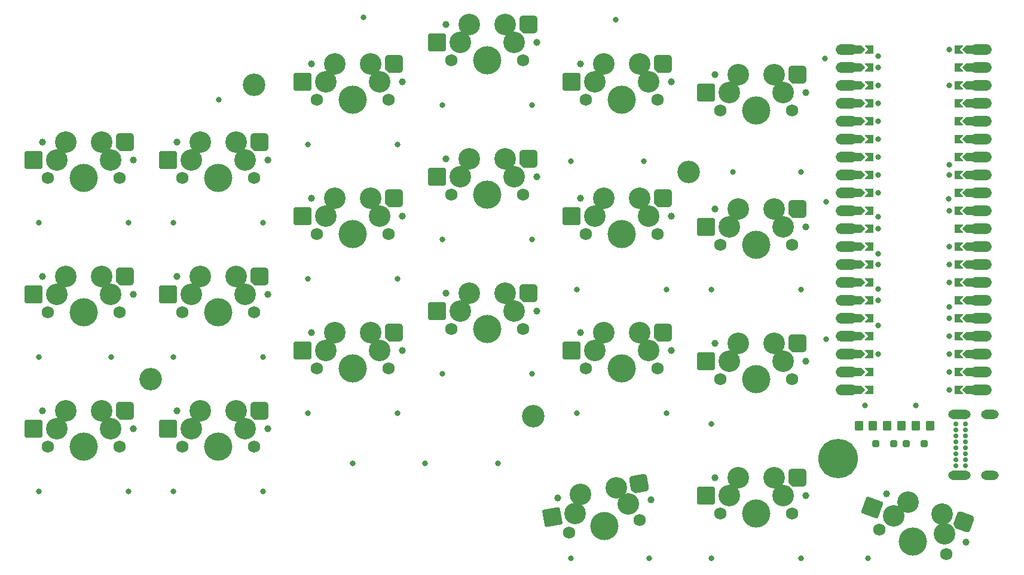
<source format=gbs>
%TF.GenerationSoftware,KiCad,Pcbnew,8.0.1*%
%TF.CreationDate,2024-04-05T15:46:44+03:00*%
%TF.ProjectId,dedekind,64656465-6b69-46e6-942e-6b696361645f,rev?*%
%TF.SameCoordinates,Original*%
%TF.FileFunction,Soldermask,Bot*%
%TF.FilePolarity,Negative*%
%FSLAX46Y46*%
G04 Gerber Fmt 4.6, Leading zero omitted, Abs format (unit mm)*
G04 Created by KiCad (PCBNEW 8.0.1) date 2024-04-05 15:46:44*
%MOMM*%
%LPD*%
G01*
G04 APERTURE LIST*
G04 Aperture macros list*
%AMRoundRect*
0 Rectangle with rounded corners*
0 $1 Rounding radius*
0 $2 $3 $4 $5 $6 $7 $8 $9 X,Y pos of 4 corners*
0 Add a 4 corners polygon primitive as box body*
4,1,4,$2,$3,$4,$5,$6,$7,$8,$9,$2,$3,0*
0 Add four circle primitives for the rounded corners*
1,1,$1+$1,$2,$3*
1,1,$1+$1,$4,$5*
1,1,$1+$1,$6,$7*
1,1,$1+$1,$8,$9*
0 Add four rect primitives between the rounded corners*
20,1,$1+$1,$2,$3,$4,$5,0*
20,1,$1+$1,$4,$5,$6,$7,0*
20,1,$1+$1,$6,$7,$8,$9,0*
20,1,$1+$1,$8,$9,$2,$3,0*%
%AMFreePoly0*
4,1,24,-1.275000,0.750000,-1.263573,0.856283,-1.213839,0.989624,-1.128553,1.103553,-1.014624,1.188839,-0.881283,1.238573,-0.775000,1.250000,0.775000,1.250000,0.881283,1.238573,1.014624,1.188839,1.128553,1.103553,1.213839,0.989624,1.263573,0.856283,1.275000,0.750000,1.275000,-0.750000,1.263573,-0.856283,1.213839,-0.989624,1.128553,-1.103553,1.014624,-1.188839,0.881283,-1.238573,
0.775000,-1.250000,-0.775000,-1.250000,-1.275000,-0.750000,-1.275000,0.750000,-1.275000,0.750000,$1*%
%AMFreePoly1*
4,1,36,0.837070,0.744929,1.006515,0.704769,1.162132,0.626616,1.196235,0.598000,2.021600,0.598000,2.079451,0.576944,2.085240,0.571640,2.593240,0.063640,2.619258,0.007844,2.603324,-0.051622,2.593240,-0.063640,2.085240,-0.571640,2.029444,-0.597658,2.021600,-0.598000,1.196411,-0.598000,1.086599,-0.670224,0.922962,-0.729784,0.750000,-0.750000,0.000000,-0.750000,-0.750000,-0.750000,
-0.837070,-0.744929,-1.006515,-0.704769,-1.162132,-0.626616,-1.295530,-0.514681,-1.399519,-0.375000,-1.468492,-0.215102,-1.498731,-0.043609,-1.488606,0.130236,-1.438662,0.297060,-1.351592,0.447869,-1.232091,0.574533,-1.086599,0.670224,-0.922962,0.729784,-0.750000,0.750000,0.750000,0.750000,0.837070,0.744929,0.837070,0.744929,$1*%
%AMFreePoly2*
4,1,20,0.308779,0.580902,0.345106,0.530902,0.350000,0.500000,0.350000,-0.500000,0.330902,-0.558779,0.280902,-0.595106,0.250000,-0.600000,-0.750000,-0.600000,-0.808779,-0.580902,-0.845106,-0.530902,-0.845106,-0.469098,-0.820711,-0.429289,-0.391422,0.000000,-0.820711,0.429289,-0.848769,0.484357,-0.839101,0.545399,-0.795399,0.589101,-0.750000,0.600000,0.250000,0.600000,0.308779,0.580902,
0.308779,0.580902,$1*%
G04 Aperture macros list end*
%ADD10C,1.750000*%
%ADD11C,3.050000*%
%ADD12C,4.000000*%
%ADD13C,1.000000*%
%ADD14FreePoly0,0.000000*%
%ADD15RoundRect,0.250000X-1.025000X-1.000000X1.025000X-1.000000X1.025000X1.000000X-1.025000X1.000000X0*%
%ADD16RoundRect,0.250000X-0.350000X-0.450000X0.350000X-0.450000X0.350000X0.450000X-0.350000X0.450000X0*%
%ADD17RoundRect,0.250000X0.350000X0.450000X-0.350000X0.450000X-0.350000X-0.450000X0.350000X-0.450000X0*%
%ADD18C,0.700000*%
%ADD19O,3.200000X1.300000*%
%ADD20O,2.500000X1.300000*%
%ADD21C,5.600000*%
%ADD22C,3.200000*%
%ADD23FreePoly1,0.000000*%
%ADD24FreePoly1,180.000000*%
%ADD25FreePoly2,0.000000*%
%ADD26FreePoly2,180.000000*%
%ADD27RoundRect,0.250000X0.250000X0.250000X-0.250000X0.250000X-0.250000X-0.250000X0.250000X-0.250000X0*%
%ADD28FreePoly0,10.000000*%
%ADD29RoundRect,0.250000X-0.835780X-1.162797X1.183076X-0.806818X0.835780X1.162797X-1.183076X0.806818X0*%
%ADD30FreePoly0,340.000000*%
%ADD31RoundRect,0.250000X-1.305205X-0.589122X0.621165X-1.290263X1.305205X0.589122X-0.621165X1.290263X0*%
%ADD32C,0.800000*%
G04 APERTURE END LIST*
D10*
%TO.C,SW16*%
X139382500Y-97631250D03*
X139382500Y-97631250D03*
D11*
X140652500Y-95091250D03*
X141922500Y-92551250D03*
D12*
X144462500Y-97631250D03*
D11*
X147002500Y-92551250D03*
X148272500Y-95091250D03*
D10*
X149542500Y-97631250D03*
X149542500Y-97631250D03*
D13*
X150304500Y-92551250D03*
D14*
X150304500Y-92551250D03*
D13*
X151547500Y-95091250D03*
X137377500Y-95091250D03*
D15*
X137377500Y-95091250D03*
D13*
X138620500Y-92551250D03*
%TD*%
D10*
%TO.C,SW4*%
X139382500Y-59531250D03*
X139382500Y-59531250D03*
D11*
X140652500Y-56991250D03*
X141922500Y-54451250D03*
D12*
X144462500Y-59531250D03*
D11*
X147002500Y-54451250D03*
X148272500Y-56991250D03*
D10*
X149542500Y-59531250D03*
X149542500Y-59531250D03*
D13*
X150304500Y-54451250D03*
D14*
X150304500Y-54451250D03*
D13*
X151547500Y-56991250D03*
X137377500Y-56991250D03*
D15*
X137377500Y-56991250D03*
D13*
X138620500Y-54451250D03*
%TD*%
D16*
%TO.C,JP1*%
X203216000Y-111379000D03*
X205216000Y-111379000D03*
D17*
X207216000Y-111379000D03*
%TD*%
D18*
%TO.C,J1*%
X210850000Y-117021000D03*
X210850000Y-116171000D03*
X210850000Y-115321000D03*
X210850000Y-114471000D03*
X210850000Y-113621000D03*
X210850000Y-112771000D03*
X210850000Y-111921000D03*
X210850000Y-111071000D03*
X212200000Y-111071000D03*
X212200000Y-111921000D03*
X212200000Y-112771000D03*
X212200000Y-113621000D03*
X212200000Y-114471000D03*
X212200000Y-115321000D03*
X212200000Y-116171000D03*
X212200000Y-117021000D03*
D19*
X211350000Y-118366000D03*
D20*
X215675000Y-118366000D03*
D19*
X211350000Y-109726000D03*
D20*
X215675000Y-109726000D03*
%TD*%
D10*
%TO.C,SW5*%
X158432500Y-65087500D03*
X158432500Y-65087500D03*
D11*
X159702500Y-62547500D03*
X160972500Y-60007500D03*
D12*
X163512500Y-65087500D03*
D11*
X166052500Y-60007500D03*
X167322500Y-62547500D03*
D10*
X168592500Y-65087500D03*
X168592500Y-65087500D03*
D13*
X169354500Y-60007500D03*
D14*
X169354500Y-60007500D03*
D13*
X170597500Y-62547500D03*
X156427500Y-62547500D03*
D15*
X156427500Y-62547500D03*
D13*
X157670500Y-60007500D03*
%TD*%
D10*
%TO.C,SW1*%
X82232500Y-76200000D03*
X82232500Y-76200000D03*
D11*
X83502500Y-73660000D03*
X84772500Y-71120000D03*
D12*
X87312500Y-76200000D03*
D11*
X89852500Y-71120000D03*
X91122500Y-73660000D03*
D10*
X92392500Y-76200000D03*
X92392500Y-76200000D03*
D13*
X93154500Y-71120000D03*
D14*
X93154500Y-71120000D03*
D13*
X94397500Y-73660000D03*
X80227500Y-73660000D03*
D15*
X80227500Y-73660000D03*
D13*
X81470500Y-71120000D03*
%TD*%
D10*
%TO.C,SW15*%
X120332500Y-103187500D03*
X120332500Y-103187500D03*
D11*
X121602500Y-100647500D03*
X122872500Y-98107500D03*
D12*
X125412500Y-103187500D03*
D11*
X127952500Y-98107500D03*
X129222500Y-100647500D03*
D10*
X130492500Y-103187500D03*
X130492500Y-103187500D03*
D13*
X131254500Y-98107500D03*
D14*
X131254500Y-98107500D03*
D13*
X132497500Y-100647500D03*
X118327500Y-100647500D03*
D15*
X118327500Y-100647500D03*
D13*
X119570500Y-98107500D03*
%TD*%
D10*
%TO.C,SW6*%
X177482500Y-66675000D03*
X177482500Y-66675000D03*
D11*
X178752500Y-64135000D03*
X180022500Y-61595000D03*
D12*
X182562500Y-66675000D03*
D11*
X185102500Y-61595000D03*
X186372500Y-64135000D03*
D10*
X187642500Y-66675000D03*
X187642500Y-66675000D03*
D13*
X188404500Y-61595000D03*
D14*
X188404500Y-61595000D03*
D13*
X189647500Y-64135000D03*
X175477500Y-64135000D03*
D15*
X175477500Y-64135000D03*
D13*
X176720500Y-61595000D03*
%TD*%
D21*
%TO.C,H5*%
X194200000Y-116000000D03*
%TD*%
D22*
%TO.C,H4*%
X151000000Y-110000000D03*
%TD*%
D10*
%TO.C,SW18*%
X177482500Y-104775000D03*
X177482500Y-104775000D03*
D11*
X178752500Y-102235000D03*
X180022500Y-99695000D03*
D12*
X182562500Y-104775000D03*
D11*
X185102500Y-99695000D03*
X186372500Y-102235000D03*
D10*
X187642500Y-104775000D03*
X187642500Y-104775000D03*
D13*
X188404500Y-99695000D03*
D14*
X188404500Y-99695000D03*
D13*
X189647500Y-102235000D03*
X175477500Y-102235000D03*
D15*
X175477500Y-102235000D03*
D13*
X176720500Y-99695000D03*
%TD*%
D23*
%TO.C,U1*%
X195382091Y-58042727D03*
X195382091Y-60582727D03*
X195382091Y-63122727D03*
X195382091Y-65662727D03*
X195382091Y-68202727D03*
X195382091Y-70742727D03*
X195382091Y-73282727D03*
X195382091Y-75822727D03*
X195382091Y-78362727D03*
X195382091Y-80902727D03*
X195382091Y-83442727D03*
X195382091Y-85982727D03*
X195382091Y-88522727D03*
X195382091Y-91062727D03*
X195382091Y-93602727D03*
X195382091Y-96142727D03*
X195382091Y-98682727D03*
X195382091Y-101222727D03*
X195382091Y-103762727D03*
X195382091Y-106302727D03*
D24*
X214462091Y-58042727D03*
X214462091Y-60582727D03*
X214462091Y-63122727D03*
X214462091Y-65662727D03*
X214462091Y-68202727D03*
X214462091Y-70742727D03*
X214462091Y-73282727D03*
X214462091Y-75822727D03*
X214462091Y-78362727D03*
X214462091Y-80902727D03*
X214462091Y-83442727D03*
X214462091Y-85982727D03*
X214462091Y-88522727D03*
X214462091Y-91062727D03*
X214462091Y-93602727D03*
X214462091Y-96142727D03*
X214462091Y-98682727D03*
X214462091Y-101222727D03*
X214462091Y-103762727D03*
X214462091Y-106302727D03*
D25*
X198826091Y-58042727D03*
X198826091Y-60582727D03*
X198826091Y-63122727D03*
X198826091Y-65662727D03*
X198826091Y-68202727D03*
X198826091Y-70742727D03*
X198826091Y-73282727D03*
X198826091Y-75822727D03*
X198826091Y-78362727D03*
X198826091Y-80902727D03*
X198826091Y-83442727D03*
X198826091Y-85982727D03*
X198826091Y-88522727D03*
X198826091Y-91062727D03*
X198826091Y-93602727D03*
X198826091Y-96142727D03*
X198826091Y-98682727D03*
X198826091Y-101222727D03*
X198826091Y-103762727D03*
X198826091Y-106302727D03*
D26*
X211018091Y-106302727D03*
X211018091Y-103762727D03*
X211018091Y-101222727D03*
X211018091Y-98682727D03*
X211018091Y-96142727D03*
X211018091Y-93602727D03*
X211018091Y-91062727D03*
X211018091Y-88522727D03*
X211018091Y-85982727D03*
X211018091Y-83442727D03*
X211018091Y-80902727D03*
X211018091Y-78362727D03*
X211018091Y-75822727D03*
X211018091Y-73282727D03*
X211018091Y-70742727D03*
X211018091Y-68202727D03*
X211018091Y-65662727D03*
X211018091Y-63122727D03*
X211018091Y-60582727D03*
X211018091Y-58042727D03*
%TD*%
D10*
%TO.C,SW3*%
X120332500Y-65087500D03*
X120332500Y-65087500D03*
D11*
X121602500Y-62547500D03*
X122872500Y-60007500D03*
D12*
X125412500Y-65087500D03*
D11*
X127952500Y-60007500D03*
X129222500Y-62547500D03*
D10*
X130492500Y-65087500D03*
X130492500Y-65087500D03*
D13*
X131254500Y-60007500D03*
D14*
X131254500Y-60007500D03*
D13*
X132497500Y-62547500D03*
X118327500Y-62547500D03*
D15*
X118327500Y-62547500D03*
D13*
X119570500Y-60007500D03*
%TD*%
D10*
%TO.C,SW17*%
X158432500Y-103187500D03*
X158432500Y-103187500D03*
D11*
X159702500Y-100647500D03*
X160972500Y-98107500D03*
D12*
X163512500Y-103187500D03*
D11*
X166052500Y-98107500D03*
X167322500Y-100647500D03*
D10*
X168592500Y-103187500D03*
X168592500Y-103187500D03*
D13*
X169354500Y-98107500D03*
D14*
X169354500Y-98107500D03*
D13*
X170597500Y-100647500D03*
X156427500Y-100647500D03*
D15*
X156427500Y-100647500D03*
D13*
X157670500Y-98107500D03*
%TD*%
D10*
%TO.C,SW13*%
X82232500Y-114300000D03*
X82232500Y-114300000D03*
D11*
X83502500Y-111760000D03*
X84772500Y-109220000D03*
D12*
X87312500Y-114300000D03*
D11*
X89852500Y-109220000D03*
X91122500Y-111760000D03*
D10*
X92392500Y-114300000D03*
X92392500Y-114300000D03*
D13*
X93154500Y-109220000D03*
D14*
X93154500Y-109220000D03*
D13*
X94397500Y-111760000D03*
X80227500Y-111760000D03*
D15*
X80227500Y-111760000D03*
D13*
X81470500Y-109220000D03*
%TD*%
D10*
%TO.C,SW8*%
X101282500Y-95250000D03*
X101282500Y-95250000D03*
D11*
X102552500Y-92710000D03*
X103822500Y-90170000D03*
D12*
X106362500Y-95250000D03*
D11*
X108902500Y-90170000D03*
X110172500Y-92710000D03*
D10*
X111442500Y-95250000D03*
X111442500Y-95250000D03*
D13*
X112204500Y-90170000D03*
D14*
X112204500Y-90170000D03*
D13*
X113447500Y-92710000D03*
X99277500Y-92710000D03*
D15*
X99277500Y-92710000D03*
D13*
X100520500Y-90170000D03*
%TD*%
D10*
%TO.C,SW11*%
X158432500Y-84137500D03*
X158432500Y-84137500D03*
D11*
X159702500Y-81597500D03*
X160972500Y-79057500D03*
D12*
X163512500Y-84137500D03*
D11*
X166052500Y-79057500D03*
X167322500Y-81597500D03*
D10*
X168592500Y-84137500D03*
X168592500Y-84137500D03*
D13*
X169354500Y-79057500D03*
D14*
X169354500Y-79057500D03*
D13*
X170597500Y-81597500D03*
X156427500Y-81597500D03*
D15*
X156427500Y-81597500D03*
D13*
X157670500Y-79057500D03*
%TD*%
D22*
%TO.C,H2*%
X111500000Y-63000000D03*
%TD*%
D10*
%TO.C,SW2*%
X101282500Y-76200000D03*
X101282500Y-76200000D03*
D11*
X102552500Y-73660000D03*
X103822500Y-71120000D03*
D12*
X106362500Y-76200000D03*
D11*
X108902500Y-71120000D03*
X110172500Y-73660000D03*
D10*
X111442500Y-76200000D03*
X111442500Y-76200000D03*
D13*
X112204500Y-71120000D03*
D14*
X112204500Y-71120000D03*
D13*
X113447500Y-73660000D03*
X99277500Y-73660000D03*
D15*
X99277500Y-73660000D03*
D13*
X100520500Y-71120000D03*
%TD*%
D27*
%TO.C,D2*%
X206355000Y-113919000D03*
X203855000Y-113919000D03*
%TD*%
D10*
%TO.C,SW9*%
X120332500Y-84137500D03*
X120332500Y-84137500D03*
D11*
X121602500Y-81597500D03*
X122872500Y-79057500D03*
D12*
X125412500Y-84137500D03*
D11*
X127952500Y-79057500D03*
X129222500Y-81597500D03*
D10*
X130492500Y-84137500D03*
X130492500Y-84137500D03*
D13*
X131254500Y-79057500D03*
D14*
X131254500Y-79057500D03*
D13*
X132497500Y-81597500D03*
X118327500Y-81597500D03*
D15*
X118327500Y-81597500D03*
D13*
X119570500Y-79057500D03*
%TD*%
D10*
%TO.C,SW12*%
X177482500Y-85725000D03*
X177482500Y-85725000D03*
D11*
X178752500Y-83185000D03*
X180022500Y-80645000D03*
D12*
X182562500Y-85725000D03*
D11*
X185102500Y-80645000D03*
X186372500Y-83185000D03*
D10*
X187642500Y-85725000D03*
X187642500Y-85725000D03*
D13*
X188404500Y-80645000D03*
D14*
X188404500Y-80645000D03*
D13*
X189647500Y-83185000D03*
X175477500Y-83185000D03*
D15*
X175477500Y-83185000D03*
D13*
X176720500Y-80645000D03*
%TD*%
D10*
%TO.C,SW19*%
X156128427Y-126492133D03*
X156128427Y-126492133D03*
D11*
X156938066Y-123770188D03*
X157747706Y-121048243D03*
D12*
X161131250Y-125610000D03*
D11*
X162750529Y-120166110D03*
X164442301Y-122446989D03*
D10*
X166134073Y-124727867D03*
X166134073Y-124727867D03*
D13*
X166002364Y-119592724D03*
D28*
X166002364Y-119592724D03*
D13*
X167667547Y-121878291D03*
X153712821Y-124338886D03*
D29*
X153712821Y-124338886D03*
D13*
X154495870Y-121621629D03*
%TD*%
D10*
%TO.C,SW20*%
X177482500Y-123825000D03*
X177482500Y-123825000D03*
D11*
X178752500Y-121285000D03*
X180022500Y-118745000D03*
D12*
X182562500Y-123825000D03*
D11*
X185102500Y-118745000D03*
X186372500Y-121285000D03*
D10*
X187642500Y-123825000D03*
X187642500Y-123825000D03*
D13*
X188404500Y-118745000D03*
D14*
X188404500Y-118745000D03*
D13*
X189647500Y-121285000D03*
X175477500Y-121285000D03*
D15*
X175477500Y-121285000D03*
D13*
X176720500Y-118745000D03*
%TD*%
D27*
%TO.C,D1*%
X202037000Y-113919000D03*
X199537000Y-113919000D03*
%TD*%
D10*
%TO.C,SW14*%
X101282500Y-114300000D03*
X101282500Y-114300000D03*
D11*
X102552500Y-111760000D03*
X103822500Y-109220000D03*
D12*
X106362500Y-114300000D03*
D11*
X108902500Y-109220000D03*
X110172500Y-111760000D03*
D10*
X111442500Y-114300000D03*
X111442500Y-114300000D03*
D13*
X112204500Y-109220000D03*
D14*
X112204500Y-109220000D03*
D13*
X113447500Y-111760000D03*
X99277500Y-111760000D03*
D15*
X99277500Y-111760000D03*
D13*
X100520500Y-109220000D03*
%TD*%
D17*
%TO.C,JP2*%
X201152000Y-111379000D03*
X199152000Y-111379000D03*
D16*
X197152000Y-111379000D03*
%TD*%
D10*
%TO.C,SW10*%
X139382500Y-78581250D03*
X139382500Y-78581250D03*
D11*
X140652500Y-76041250D03*
X141922500Y-73501250D03*
D12*
X144462500Y-78581250D03*
D11*
X147002500Y-73501250D03*
X148272500Y-76041250D03*
D10*
X149542500Y-78581250D03*
X149542500Y-78581250D03*
D13*
X150304500Y-73501250D03*
D14*
X150304500Y-73501250D03*
D13*
X151547500Y-76041250D03*
X137377500Y-76041250D03*
D15*
X137377500Y-76041250D03*
D13*
X138620500Y-73501250D03*
%TD*%
D22*
%TO.C,H1*%
X173000000Y-75400000D03*
%TD*%
D10*
%TO.C,SW21*%
X200013861Y-126056288D03*
X200013861Y-126056288D03*
D11*
X202076002Y-124103834D03*
X204138143Y-122151380D03*
D12*
X204787500Y-127793750D03*
D11*
X208911783Y-123888843D03*
X209236460Y-126710027D03*
D10*
X209561139Y-129531212D03*
X209561139Y-129531212D03*
D13*
X212014647Y-125018193D03*
D30*
X212014647Y-125018193D03*
D13*
X212313952Y-127830143D03*
X198998509Y-122983718D03*
D31*
X198998509Y-122983718D03*
D13*
X201035278Y-121022030D03*
%TD*%
D22*
%TO.C,H3*%
X96837500Y-104775000D03*
%TD*%
D10*
%TO.C,SW7*%
X82232500Y-95250000D03*
X82232500Y-95250000D03*
D11*
X83502500Y-92710000D03*
X84772500Y-90170000D03*
D12*
X87312500Y-95250000D03*
D11*
X89852500Y-90170000D03*
X91122500Y-92710000D03*
D10*
X92392500Y-95250000D03*
X92392500Y-95250000D03*
D13*
X93154500Y-90170000D03*
D14*
X93154500Y-90170000D03*
D13*
X94397500Y-92710000D03*
X80227500Y-92710000D03*
D15*
X80227500Y-92710000D03*
D13*
X81470500Y-90170000D03*
%TD*%
D32*
X199898000Y-58928000D03*
X199898000Y-60579000D03*
X192372091Y-59297727D03*
X199898000Y-65659000D03*
X188912500Y-130175000D03*
X209931000Y-101219000D03*
X150812500Y-103981250D03*
X199898000Y-88519000D03*
X106500000Y-65100000D03*
X125412500Y-116681250D03*
X119062500Y-109537500D03*
X119062500Y-71437500D03*
X131762500Y-71437500D03*
X112712500Y-82550000D03*
X209931000Y-88510727D03*
X198437500Y-130175000D03*
X100012500Y-120650000D03*
X112712500Y-120650000D03*
X205232000Y-108458000D03*
X146050000Y-116681250D03*
X80962500Y-120650000D03*
X157162500Y-109537500D03*
X93662500Y-120650000D03*
X199898000Y-75819000D03*
X119062500Y-90487500D03*
X209931000Y-63119000D03*
X138112500Y-65881250D03*
X138112500Y-84931250D03*
X179324000Y-75406250D03*
X169862500Y-109537500D03*
X80962500Y-82550000D03*
X176212500Y-92075000D03*
X80962500Y-101600000D03*
X197993000Y-108458000D03*
X199898000Y-63119000D03*
X150812500Y-84931250D03*
X209931000Y-75819000D03*
X100012500Y-82550000D03*
X199898000Y-101219000D03*
X112712500Y-101600000D03*
X131762500Y-90487500D03*
X100012500Y-101600000D03*
X167481250Y-130175000D03*
X156368750Y-130175000D03*
X169862500Y-92075000D03*
X156368750Y-73818750D03*
X166687500Y-73818750D03*
X127000000Y-53400000D03*
X135731250Y-116681250D03*
X188976000Y-75406250D03*
X162718750Y-53800000D03*
X150812500Y-65881250D03*
X176212500Y-130175000D03*
X157162500Y-92075000D03*
X188912500Y-92075000D03*
X176212500Y-111125000D03*
X91281250Y-101600000D03*
X131762500Y-109537500D03*
X138112500Y-103981250D03*
X93662500Y-82550000D03*
X199898000Y-73279000D03*
X199898000Y-70739000D03*
X199898000Y-68199000D03*
X209931000Y-74321118D03*
X199898000Y-78359000D03*
X209905863Y-79197727D03*
X199898000Y-81699000D03*
X192500000Y-79600000D03*
X209931000Y-80890727D03*
X199898000Y-83439000D03*
X209931000Y-85979000D03*
X199898000Y-86995000D03*
X209931000Y-91050727D03*
X209931000Y-106299000D03*
X209931000Y-103759000D03*
X209931000Y-94488000D03*
X199898000Y-93599000D03*
X199898000Y-91948000D03*
X209931000Y-96130727D03*
X192481686Y-99098686D03*
X199898000Y-97138888D03*
X209931000Y-98679000D03*
X209931000Y-58039000D03*
M02*

</source>
